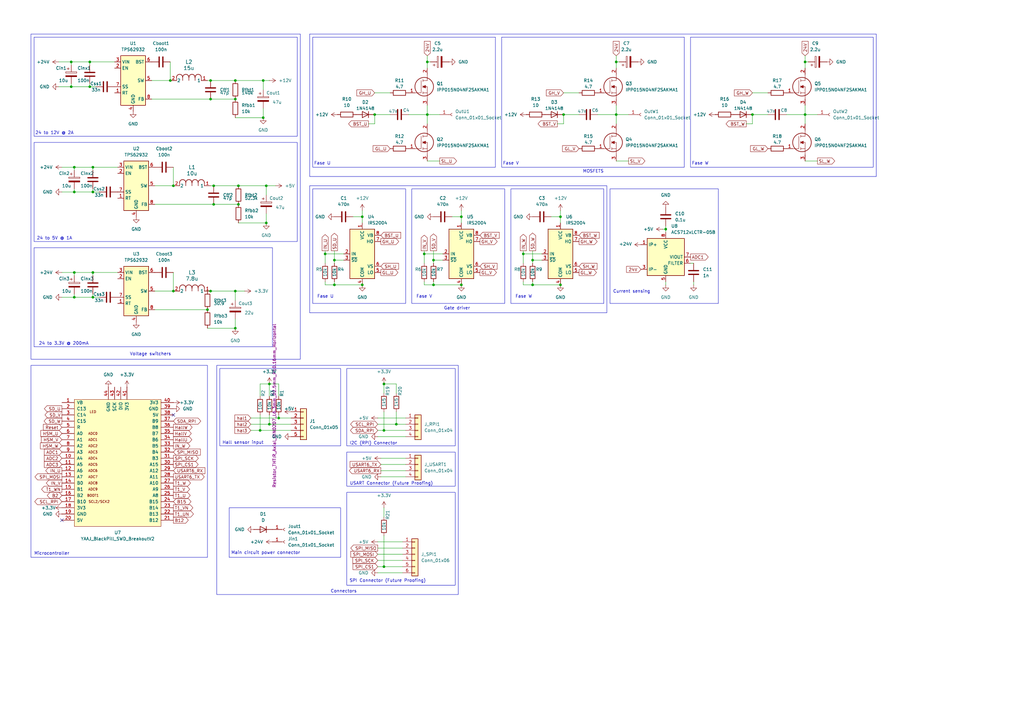
<source format=kicad_sch>
(kicad_sch (version 20231120) (generator "eeschema") (generator_version "8.0")
  (paper "A3")
  (title_block (title "Motor driver") (date "2024-03-02") (rev "1") (company "ALSET") (comment 1 "Laurens van der Drift") (comment 2 "Justin van der Reijden") (comment 3 "Luuk van Kappel") (comment 4 "Marnix Harmsen"))
  (junction (at 30.48 78.74))
  (junction (at 273.05 93.98))
  (junction (at 96.52 33.02))
  (junction (at 87.63 83.82))
  (junction (at 71.12 76.2))
  (junction (at 29.21 25.4))
  (junction (at 308.61 46.99))
  (junction (at 109.22 76.2))
  (junction (at 137.16 106.68))
  (junction (at 38.1 68.58))
  (junction (at 231.14 46.99))
  (junction (at 30.48 111.76))
  (junction (at 218.44 106.68))
  (junction (at 96.52 40.64))
  (junction (at 252.73 46.99))
  (junction (at 218.44 116.84))
  (junction (at 38.1 111.76))
  (junction (at 86.36 33.02))
  (junction (at 177.8 106.68))
  (junction (at 189.23 116.84))
  (junction (at 36.83 35.56))
  (junction (at 175.26 46.99))
  (junction (at 148.59 116.84))
  (junction (at 86.36 119.38))
  (junction (at 252.73 25.4))
  (junction (at 153.67 46.99))
  (junction (at 97.79 83.82))
  (junction (at 30.48 68.58))
  (junction (at 85.09 127))
  (junction (at 330.2 46.99))
  (junction (at 107.95 33.02))
  (junction (at 330.2 25.4))
  (junction (at 29.21 35.56))
  (junction (at 71.12 119.38))
  (junction (at 148.59 88.9))
  (junction (at 96.52 119.38))
  (junction (at 107.95 48.26))
  (junction (at 106.68 176.53))
  (junction (at 229.87 116.84))
  (junction (at 157.48 157.48))
  (junction (at 97.79 76.2))
  (junction (at 214.63 104.14))
  (junction (at 87.63 76.2))
  (junction (at 69.85 33.02))
  (junction (at 86.36 40.64))
  (junction (at 157.48 176.53))
  (junction (at 38.1 121.92))
  (junction (at 114.3 171.45))
  (junction (at 110.49 157.48))
  (junction (at 137.16 116.84))
  (junction (at 30.48 121.92))
  (junction (at 110.49 173.99))
  (junction (at 133.35 104.14))
  (junction (at 109.22 91.44))
  (junction (at 175.26 25.4))
  (junction (at 173.99 104.14))
  (junction (at 162.56 173.99))
  (junction (at 38.1 78.74))
  (junction (at 157.48 232.41))
  (junction (at 36.83 25.4))
  (junction (at 189.23 88.9))
  (junction (at 177.8 116.84))
  (junction (at 229.87 88.9))
  (junction (at 96.52 134.62))
  (no_connect (at 71.12 170.18))
  (no_connect (at 25.4 213.36))
  (wire (pts (xy 86.36 119.38) (xy 96.52 119.38)))
  (wire (pts (xy 229.87 88.9) (xy 229.87 91.44)))
  (wire (pts (xy 218.44 106.68) (xy 222.25 106.68)))
  (wire (pts (xy 177.8 115.57) (xy 177.8 116.84)))
  (wire (pts (xy 226.06 88.9) (xy 229.87 88.9)))
  (wire (pts (xy 252.73 25.4) (xy 254 25.4)))
  (wire (pts (xy 177.8 102.87) (xy 177.8 106.68)))
  (wire (pts (xy 25.4 68.58) (xy 30.48 68.58)))
  (wire (pts (xy 86.36 40.64) (xy 96.52 40.64)))
  (wire (pts (xy 96.52 119.38) (xy 100.33 119.38)))
  (wire (pts (xy 162.56 173.99) (xy 154.94 173.99)))
  (wire (pts (xy 284.48 115.57) (xy 284.48 116.84)))
  (wire (pts (xy 175.26 43.18) (xy 175.26 46.99)))
  (wire (pts (xy 162.56 168.91) (xy 162.56 173.99)))
  (wire (pts (xy 214.63 107.95) (xy 214.63 104.14)))
  (wire (pts (xy 162.56 173.99) (xy 166.37 173.99)))
  (wire (pts (xy 157.48 208.28) (xy 157.48 212.09)))
  (wire (pts (xy 29.21 26.67) (xy 29.21 25.4)))
  (wire (pts (xy 175.26 25.4) (xy 176.53 25.4)))
  (wire (pts (xy 107.95 36.83) (xy 107.95 33.02)))
  (wire (pts (xy 106.68 162.56) (xy 106.68 157.48)))
  (wire (pts (xy 166.37 187.96) (xy 156.21 187.96)))
  (wire (pts (xy 308.61 50.8) (xy 308.61 46.99)))
  (wire (pts (xy 110.49 170.18) (xy 110.49 173.99)))
  (wire (pts (xy 87.63 76.2) (xy 97.79 76.2)))
  (wire (pts (xy 308.61 46.99) (xy 314.96 46.99)))
  (wire (pts (xy 38.1 68.58) (xy 38.1 69.85)))
  (wire (pts (xy 137.16 102.87) (xy 137.16 106.68)))
  (wire (pts (xy 252.73 22.86) (xy 252.73 25.4)))
  (wire (pts (xy 153.67 50.8) (xy 153.67 46.99)))
  (wire (pts (xy 306.07 50.8) (xy 308.61 50.8)))
  (wire (pts (xy 252.73 46.99) (xy 252.73 50.8)))
  (wire (pts (xy 173.99 104.14) (xy 181.61 104.14)))
  (wire (pts (xy 271.78 93.98) (xy 273.05 93.98)))
  (wire (pts (xy 330.2 43.18) (xy 330.2 46.99)))
  (wire (pts (xy 165.1 222.25) (xy 154.94 222.25)))
  (wire (pts (xy 102.87 171.45) (xy 114.3 171.45)))
  (wire (pts (xy 231.14 50.8) (xy 231.14 46.99)))
  (wire (pts (xy 144.78 88.9) (xy 148.59 88.9)))
  (wire (pts (xy 157.48 176.53) (xy 166.37 176.53)))
  (wire (pts (xy 157.48 219.71) (xy 157.48 232.41)))
  (wire (pts (xy 102.87 176.53) (xy 106.68 176.53)))
  (wire (pts (xy 137.16 106.68) (xy 140.97 106.68)))
  (wire (pts (xy 36.83 35.56) (xy 39.37 35.56)))
  (wire (pts (xy 173.99 107.95) (xy 173.99 104.14)))
  (wire (pts (xy 322.58 46.99) (xy 330.2 46.99)))
  (wire (pts (xy 30.48 120.65) (xy 30.48 121.92)))
  (wire (pts (xy 133.35 116.84) (xy 137.16 116.84)))
  (wire (pts (xy 175.26 25.4) (xy 175.26 27.94)))
  (wire (pts (xy 114.3 171.45) (xy 119.38 171.45)))
  (wire (pts (xy 308.61 38.1) (xy 314.96 38.1)))
  (wire (pts (xy 157.48 176.53) (xy 154.94 176.53)))
  (wire (pts (xy 63.5 119.38) (xy 71.12 119.38)))
  (wire (pts (xy 175.26 46.99) (xy 180.34 46.99)))
  (wire (pts (xy 157.48 232.41) (xy 165.1 232.41)))
  (wire (pts (xy 109.22 80.01) (xy 109.22 76.2)))
  (wire (pts (xy 231.14 38.1) (xy 237.49 38.1)))
  (wire (pts (xy 110.49 173.99) (xy 119.38 173.99)))
  (wire (pts (xy 330.2 46.99) (xy 335.28 46.99)))
  (wire (pts (xy 86.36 33.02) (xy 85.09 33.02)))
  (wire (pts (xy 177.8 106.68) (xy 181.61 106.68)))
  (wire (pts (xy 218.44 107.95) (xy 218.44 106.68)))
  (wire (pts (xy 252.73 43.18) (xy 252.73 46.99)))
  (wire (pts (xy 166.37 179.07) (xy 154.94 179.07)))
  (wire (pts (xy 157.48 157.48) (xy 162.56 157.48)))
  (wire (pts (xy 133.35 115.57) (xy 133.35 116.84)))
  (wire (pts (xy 29.21 35.56) (xy 36.83 35.56)))
  (wire (pts (xy 167.64 46.99) (xy 175.26 46.99)))
  (wire (pts (xy 137.16 115.57) (xy 137.16 116.84)))
  (wire (pts (xy 36.83 34.29) (xy 36.83 35.56)))
  (wire (pts (xy 218.44 116.84) (xy 229.87 116.84)))
  (wire (pts (xy 106.68 170.18) (xy 106.68 176.53)))
  (wire (pts (xy 153.67 46.99) (xy 160.02 46.99)))
  (wire (pts (xy 214.63 104.14) (xy 222.25 104.14)))
  (wire (pts (xy 157.48 168.91) (xy 157.48 176.53)))
  (wire (pts (xy 330.2 25.4) (xy 330.2 27.94)))
  (wire (pts (xy 137.16 116.84) (xy 148.59 116.84)))
  (wire (pts (xy 156.21 190.5) (xy 166.37 190.5)))
  (wire (pts (xy 114.3 162.56) (xy 114.3 157.48)))
  (wire (pts (xy 175.26 46.99) (xy 175.26 50.8)))
  (wire (pts (xy 114.3 157.48) (xy 110.49 157.48)))
  (wire (pts (xy 38.1 111.76) (xy 38.1 113.03)))
  (wire (pts (xy 175.26 66.04) (xy 180.34 66.04)))
  (wire (pts (xy 85.09 119.38) (xy 86.36 119.38)))
  (wire (pts (xy 228.6 50.8) (xy 231.14 50.8)))
  (wire (pts (xy 154.94 224.79) (xy 165.1 224.79)))
  (wire (pts (xy 96.52 134.62) (xy 85.09 134.62)))
  (wire (pts (xy 96.52 33.02) (xy 107.95 33.02)))
  (wire (pts (xy 157.48 157.48) (xy 157.48 161.29)))
  (wire (pts (xy 30.48 78.74) (xy 38.1 78.74)))
  (wire (pts (xy 87.63 83.82) (xy 97.79 83.82)))
  (wire (pts (xy 252.73 25.4) (xy 252.73 27.94)))
  (wire (pts (xy 63.5 76.2) (xy 71.12 76.2)))
  (wire (pts (xy 214.63 115.57) (xy 214.63 116.84)))
  (wire (pts (xy 177.8 107.95) (xy 177.8 106.68)))
  (wire (pts (xy 173.99 102.87) (xy 173.99 104.14)))
  (wire (pts (xy 153.67 38.1) (xy 160.02 38.1)))
  (wire (pts (xy 214.63 116.84) (xy 218.44 116.84)))
  (wire (pts (xy 218.44 102.87) (xy 218.44 106.68)))
  (wire (pts (xy 110.49 157.48) (xy 110.49 162.56)))
  (wire (pts (xy 25.4 111.76) (xy 30.48 111.76)))
  (wire (pts (xy 166.37 195.58) (xy 156.21 195.58)))
  (wire (pts (xy 330.2 25.4) (xy 331.47 25.4)))
  (wire (pts (xy 330.2 66.04) (xy 335.28 66.04)))
  (wire (pts (xy 252.73 46.99) (xy 257.81 46.99)))
  (wire (pts (xy 189.23 86.36) (xy 189.23 88.9)))
  (wire (pts (xy 283.21 107.95) (xy 284.48 107.95)))
  (wire (pts (xy 38.1 78.74) (xy 40.64 78.74)))
  (wire (pts (xy 38.1 68.58) (xy 48.26 68.58)))
  (wire (pts (xy 273.05 92.71) (xy 273.05 93.98)))
  (wire (pts (xy 25.4 121.92) (xy 30.48 121.92)))
  (wire (pts (xy 330.2 46.99) (xy 330.2 50.8)))
  (wire (pts (xy 229.87 86.36) (xy 229.87 88.9)))
  (wire (pts (xy 107.95 44.45) (xy 107.95 48.26)))
  (wire (pts (xy 107.95 48.26) (xy 96.52 48.26)))
  (wire (pts (xy 36.83 25.4) (xy 46.99 25.4)))
  (wire (pts (xy 62.23 40.64) (xy 86.36 40.64)))
  (wire (pts (xy 71.12 111.76) (xy 71.12 119.38)))
  (wire (pts (xy 71.12 68.58) (xy 71.12 76.2)))
  (wire (pts (xy 175.26 22.86) (xy 175.26 25.4)))
  (wire (pts (xy 109.22 87.63) (xy 109.22 91.44)))
  (wire (pts (xy 273.05 93.98) (xy 273.05 95.25)))
  (wire (pts (xy 148.59 86.36) (xy 148.59 88.9)))
  (wire (pts (xy 29.21 34.29) (xy 29.21 35.56)))
  (wire (pts (xy 173.99 115.57) (xy 173.99 116.84)))
  (wire (pts (xy 154.94 227.33) (xy 165.1 227.33)))
  (wire (pts (xy 273.05 115.57) (xy 273.05 116.84)))
  (wire (pts (xy 30.48 68.58) (xy 38.1 68.58)))
  (wire (pts (xy 154.94 232.41) (xy 157.48 232.41)))
  (wire (pts (xy 63.5 83.82) (xy 87.63 83.82)))
  (wire (pts (xy 97.79 76.2) (xy 109.22 76.2)))
  (wire (pts (xy 38.1 120.65) (xy 38.1 121.92)))
  (wire (pts (xy 218.44 115.57) (xy 218.44 116.84)))
  (wire (pts (xy 133.35 107.95) (xy 133.35 104.14)))
  (wire (pts (xy 245.11 46.99) (xy 252.73 46.99)))
  (wire (pts (xy 148.59 88.9) (xy 148.59 91.44)))
  (wire (pts (xy 25.4 78.74) (xy 30.48 78.74)))
  (wire (pts (xy 69.85 25.4) (xy 69.85 33.02)))
  (wire (pts (xy 36.83 25.4) (xy 36.83 26.67)))
  (wire (pts (xy 38.1 121.92) (xy 40.64 121.92)))
  (wire (pts (xy 30.48 113.03) (xy 30.48 111.76)))
  (wire (pts (xy 156.21 193.04) (xy 166.37 193.04)))
  (wire (pts (xy 29.21 25.4) (xy 36.83 25.4)))
  (wire (pts (xy 87.63 76.2) (xy 86.36 76.2)))
  (wire (pts (xy 189.23 88.9) (xy 189.23 91.44)))
  (wire (pts (xy 151.13 50.8) (xy 153.67 50.8)))
  (wire (pts (xy 63.5 127) (xy 85.09 127)))
  (wire (pts (xy 185.42 88.9) (xy 189.23 88.9)))
  (wire (pts (xy 96.52 123.19) (xy 96.52 119.38)))
  (wire (pts (xy 30.48 111.76) (xy 38.1 111.76)))
  (wire (pts (xy 107.95 33.02) (xy 110.49 33.02)))
  (wire (pts (xy 330.2 22.86) (xy 330.2 25.4)))
  (wire (pts (xy 30.48 121.92) (xy 38.1 121.92)))
  (wire (pts (xy 62.23 33.02) (xy 69.85 33.02)))
  (wire (pts (xy 24.13 35.56) (xy 29.21 35.56)))
  (wire (pts (xy 154.94 229.87) (xy 165.1 229.87)))
  (wire (pts (xy 133.35 102.87) (xy 133.35 104.14)))
  (wire (pts (xy 86.36 33.02) (xy 96.52 33.02)))
  (wire (pts (xy 30.48 77.47) (xy 30.48 78.74)))
  (wire (pts (xy 30.48 69.85) (xy 30.48 68.58)))
  (wire (pts (xy 231.14 46.99) (xy 237.49 46.99)))
  (wire (pts (xy 106.68 157.48) (xy 110.49 157.48)))
  (wire (pts (xy 154.94 234.95) (xy 165.1 234.95)))
  (wire (pts (xy 137.16 107.95) (xy 137.16 106.68)))
  (wire (pts (xy 114.3 170.18) (xy 114.3 171.45)))
  (wire (pts (xy 38.1 111.76) (xy 48.26 111.76)))
  (wire (pts (xy 166.37 171.45) (xy 154.94 171.45)))
  (wire (pts (xy 177.8 116.84) (xy 189.23 116.84)))
  (wire (pts (xy 133.35 104.14) (xy 140.97 104.14)))
  (wire (pts (xy 96.52 130.81) (xy 96.52 134.62)))
  (wire (pts (xy 214.63 102.87) (xy 214.63 104.14)))
  (wire (pts (xy 109.22 76.2) (xy 113.03 76.2)))
  (wire (pts (xy 106.68 176.53) (xy 119.38 176.53)))
  (wire (pts (xy 252.73 66.04) (xy 257.81 66.04)))
  (wire (pts (xy 173.99 116.84) (xy 177.8 116.84)))
  (wire (pts (xy 109.22 91.44) (xy 97.79 91.44)))
  (wire (pts (xy 162.56 157.48) (xy 162.56 161.29)))
  (wire (pts (xy 102.87 173.99) (xy 110.49 173.99)))
  (wire (pts (xy 38.1 77.47) (xy 38.1 78.74)))
  (wire (pts (xy 24.13 25.4) (xy 29.21 25.4)))
  (rectangle (start 283.21 15.24) (end 358.14 68.58))
  (rectangle (start 12.7 13.97) (end 123.19 147.32))
  (rectangle (start 12.7 149.86) (end 85.09 228.6))
  (rectangle (start 13.97 58.42) (end 121.92 99.06))
  (rectangle (start 205.74 15.24) (end 280.67 68.58))
  (rectangle (start 13.97 15.24) (end 121.92 55.88))
  (rectangle (start 13.97 101.6) (end 111.76 142.24))
  (rectangle (start 128.27 15.24) (end 203.2 68.58))
  (rectangle (start 142.24 151.13) (end 186.69 182.88))
  (rectangle (start 88.9 149.86) (end 187.96 243.84))
  (rectangle (start 142.24 185.42) (end 186.69 199.39))
  (rectangle (start 93.98 208.28) (end 139.7 228.6))
  (rectangle (start 128.27 77.47) (end 166.37 124.46))
  (rectangle (start 168.91 77.47) (end 207.01 124.46))
  (rectangle (start 250.19 77.47) (end 294.64 124.46))
  (rectangle (start 209.55 77.47) (end 247.65 124.46))
  (rectangle (start 142.24 201.93) (end 186.69 240.03))
  (rectangle (start 127 76.2) (end 248.92 128.27))
  (rectangle (start 127 13.97) (end 359.41 72.39))
  (rectangle (start 90.17 151.13) (end 139.7 182.88))
  (text "Voltage switchers" (at 61.722 145.288 0) (effects (font (size 1.27 1.27))))
  (text "24 to 12V @ 2A" (at 22.352 54.61 0) (effects (font (size 1.27 1.27))))
  (text "Current sensing" (at 259.08 119.634 0) (effects (font (size 1.27 1.27))))
  (text "Gate driver" (at 187.452 126.492 0) (effects (font (size 1.27 1.27))))
  (text "Fase W" (at 211.328 122.428 0) (effects (font (size 1.27 1.27)) (justify left bottom)))
  (text "Microcontroller" (at 13.97 227.838 0) (effects (font (size 1.27 1.27)) (justify left bottom)))
  (text "Fase W" (at 283.718 67.818 0) (effects (font (size 1.27 1.27)) (justify left bottom)))
  (text "Fase V" (at 206.248 67.818 0) (effects (font (size 1.27 1.27)) (justify left bottom)))
  (text "Fase U" (at 130.048 122.428 0) (effects (font (size 1.27 1.27)) (justify left bottom)))
  (text "Fase V" (at 170.688 122.428 0) (effects (font (size 1.27 1.27)) (justify left bottom)))
  (text "I2C (RPI) Connector" (at 153.162 181.864 0) (effects (font (size 1.27 1.27))))
  (text "SPI Connector (Future Proofing)" (at 159.004 238.252 0) (effects (font (size 1.27 1.27))))
  (text "Main circuit power connector" (at 108.966 226.822 0) (effects (font (size 1.27 1.27))))
  (text "24 to 5V @ 1A" (at 22.352 97.79 0) (effects (font (size 1.27 1.27))))
  (text "Connectors" (at 140.97 242.57 0) (effects (font (size 1.27 1.27))))
  (text "USART Connector (Future Proofing)" (at 160.528 198.374 0) (effects (font (size 1.27 1.27))))
  (text "Hall sensor input" (at 91.186 182.372 0) (effects (font (size 1.27 1.27)) (justify left bottom)))
  (text "Fase U" (at 128.778 67.818 0) (effects (font (size 1.27 1.27)) (justify left bottom)))
  (text "24 to 3.3V @ 200mA" (at 26.162 140.97 0) (effects (font (size 1.27 1.27))))
  (text "MOSFETS" (at 243.332 70.358 0) (effects (font (size 1.27 1.27))))
  (global_label "hal3" (shape input) (at 102.87 176.53 180) (property "Intersheetrefs" "${INTERSHEET_REFS}" (effects (hide yes))))
  (global_label "USART6_TX" (shape input) (at 156.21 190.5 180) (property "Intersheetrefs" "${INTERSHEET_REFS}" (effects (hide yes))))
  (global_label "GH_V" (shape output) (at 196.85 99.06 0) (property "Intersheetrefs" "${INTERSHEET_REFS}" (effects (hide yes))))
  (global_label "SL_W" (shape output) (at 335.28 66.04 0) (property "Intersheetrefs" "${INTERSHEET_REFS}" (effects (hide yes))))
  (global_label "HSM_U" (shape input) (at 25.4 177.8 180) (property "Intersheetrefs" "${INTERSHEET_REFS}" (effects (hide yes))))
  (global_label "GH_W" (shape input) (at 308.61 38.1 180) (property "Intersheetrefs" "${INTERSHEET_REFS}" (effects (hide yes))))
  (global_label "GL_W" (shape output) (at 237.49 111.76 0) (property "Intersheetrefs" "${INTERSHEET_REFS}" (effects (hide yes))))
  (global_label "SCL_RPI" (shape bidirectional) (at 154.94 173.99 180) (property "Intersheetrefs" "${INTERSHEET_REFS}" (effects (hide yes))))
  (global_label "24V" (shape input) (at 330.2 22.86 90) (property "Intersheetrefs" "${INTERSHEET_REFS}" (effects (hide yes))))
  (global_label "USART6_TX" (shape output) (at 71.12 195.58 0) (property "Intersheetrefs" "${INTERSHEET_REFS}" (effects (hide yes))))
  (global_label "24V" (shape input) (at 252.73 22.86 90) (property "Intersheetrefs" "${INTERSHEET_REFS}" (effects (hide yes))))
  (global_label "BST_W" (shape output) (at 306.07 50.8 180) (property "Intersheetrefs" "${INTERSHEET_REFS}" (effects (hide yes))))
  (global_label "SD_W" (shape output) (at 25.4 172.72 180) (property "Intersheetrefs" "${INTERSHEET_REFS}" (effects (hide yes))))
  (global_label "SPI_CS1" (shape output) (at 71.12 190.5 0) (property "Intersheetrefs" "${INTERSHEET_REFS}" (effects (hide yes))))
  (global_label "SPI_MISO" (shape output) (at 154.94 224.79 180) (property "Intersheetrefs" "${INTERSHEET_REFS}" (effects (hide yes))))
  (global_label "IN_U" (shape output) (at 25.4 193.04 180) (property "Intersheetrefs" "${INTERSHEET_REFS}" (effects (hide yes))))
  (global_label "B2" (shape bidirectional) (at 25.4 203.2 180) (property "Intersheetrefs" "${INTERSHEET_REFS}" (effects (hide yes))))
  (global_label "GL_U" (shape output) (at 156.21 111.76 0) (property "Intersheetrefs" "${INTERSHEET_REFS}" (effects (hide yes))))
  (global_label "SH_V" (shape input) (at 196.85 109.22 0) (property "Intersheetrefs" "${INTERSHEET_REFS}" (effects (hide yes))))
  (global_label "SL_V" (shape output) (at 257.81 66.04 0) (property "Intersheetrefs" "${INTERSHEET_REFS}" (effects (hide yes))))
  (global_label "SD_W" (shape output) (at 218.44 102.87 90) (property "Intersheetrefs" "${INTERSHEET_REFS}" (effects (hide yes))))
  (global_label "IN_W" (shape output) (at 71.12 182.88 0) (property "Intersheetrefs" "${INTERSHEET_REFS}" (effects (hide yes))))
  (global_label "IN_V" (shape output) (at 25.4 198.12 180) (property "Intersheetrefs" "${INTERSHEET_REFS}" (effects (hide yes))))
  (global_label "USART6_RX" (shape input) (at 71.12 193.04 0) (property "Intersheetrefs" "${INTERSHEET_REFS}" (effects (hide yes))))
  (global_label "T1_U" (shape output) (at 71.12 203.2 0) (property "Intersheetrefs" "${INTERSHEET_REFS}" (effects (hide yes))))
  (global_label "SD_U" (shape output) (at 137.16 102.87 90) (property "Intersheetrefs" "${INTERSHEET_REFS}" (effects (hide yes))))
  (global_label "B15" (shape bidirectional) (at 71.12 205.74 0) (property "Intersheetrefs" "${INTERSHEET_REFS}" (effects (hide yes))))
  (global_label "SPI_MOSI" (shape output) (at 25.4 195.58 180) (property "Intersheetrefs" "${INTERSHEET_REFS}" (effects (hide yes))))
  (global_label "hal2" (shape input) (at 102.87 173.99 180) (property "Intersheetrefs" "${INTERSHEET_REFS}" (effects (hide yes))))
  (global_label "SPI_SCK" (shape output) (at 71.12 187.96 0) (property "Intersheetrefs" "${INTERSHEET_REFS}" (effects (hide yes))))
  (global_label "BST_U" (shape input) (at 156.21 96.52 0) (property "Intersheetrefs" "${INTERSHEET_REFS}" (effects (hide yes))))
  (global_label "IN_V" (shape output) (at 173.99 102.87 90) (property "Intersheetrefs" "${INTERSHEET_REFS}" (effects (hide yes))))
  (global_label "SPI_MISO" (shape input) (at 71.12 185.42 0) (property "Intersheetrefs" "${INTERSHEET_REFS}" (effects (hide yes))))
  (global_label "GL_V" (shape input) (at 237.49 60.96 180) (property "Intersheetrefs" "${INTERSHEET_REFS}" (effects (hide yes))))
  (global_label "GH_W" (shape output) (at 237.49 99.06 0) (property "Intersheetrefs" "${INTERSHEET_REFS}" (effects (hide yes))))
  (global_label "SDA_RPI" (shape bidirectional) (at 154.94 176.53 180) (property "Intersheetrefs" "${INTERSHEET_REFS}" (effects (hide yes))))
  (global_label "HallW" (shape output) (at 71.12 175.26 0) (property "Intersheetrefs" "${INTERSHEET_REFS}" (effects (hide yes))))
  (global_label "GL_W" (shape input) (at 314.96 60.96 180) (property "Intersheetrefs" "${INTERSHEET_REFS}" (effects (hide yes))))
  (global_label "BST_V" (shape output) (at 228.6 50.8 180) (property "Intersheetrefs" "${INTERSHEET_REFS}" (effects (hide yes))))
  (global_label "T1_W" (shape output) (at 71.12 198.12 0) (property "Intersheetrefs" "${INTERSHEET_REFS}" (effects (hide yes))))
  (global_label "SCL_RPI" (shape bidirectional) (at 25.4 205.74 180) (property "Intersheetrefs" "${INTERSHEET_REFS}" (effects (hide yes))))
  (global_label "ADC2" (shape input) (at 25.4 187.96 180) (property "Intersheetrefs" "${INTERSHEET_REFS}" (effects (hide yes))))
  (global_label "T1_WN" (shape output) (at 25.4 200.66 180) (property "Intersheetrefs" "${INTERSHEET_REFS}" (effects (hide yes))))
  (global_label "IN_U" (shape output) (at 133.35 102.87 90) (property "Intersheetrefs" "${INTERSHEET_REFS}" (effects (hide yes))))
  (global_label "24V" (shape input) (at 262.89 110.49 180) (property "Intersheetrefs" "${INTERSHEET_REFS}" (effects (hide yes))))
  (global_label "GH_V" (shape input) (at 231.14 38.1 180) (property "Intersheetrefs" "${INTERSHEET_REFS}" (effects (hide yes))))
  (global_label "SPI_CS1" (shape input) (at 154.94 232.41 180) (property "Intersheetrefs" "${INTERSHEET_REFS}" (effects (hide yes))))
  (global_label "BST_U" (shape output) (at 151.13 50.8 180) (property "Intersheetrefs" "${INTERSHEET_REFS}" (effects (hide yes))))
  (global_label "HSM_V" (shape input) (at 25.4 180.34 180) (property "Intersheetrefs" "${INTERSHEET_REFS}" (effects (hide yes))))
  (global_label "HSM_W" (shape input) (at 25.4 182.88 180) (property "Intersheetrefs" "${INTERSHEET_REFS}" (effects (hide yes))))
  (global_label "SL_U" (shape output) (at 180.34 66.04 0) (property "Intersheetrefs" "${INTERSHEET_REFS}" (effects (hide yes))))
  (global_label "USART6_RX" (shape output) (at 156.21 193.04 180) (property "Intersheetrefs" "${INTERSHEET_REFS}" (effects (hide yes))))
  (global_label "GH_U" (shape output) (at 156.21 99.06 0) (property "Intersheetrefs" "${INTERSHEET_REFS}" (effects (hide yes))))
  (global_label "SPI_MOSI" (shape input) (at 154.94 227.33 180) (property "Intersheetrefs" "${INTERSHEET_REFS}" (effects (hide yes))))
  (global_label "Reset" (shape input) (at 25.4 175.26 180) (property "Intersheetrefs" "${INTERSHEET_REFS}" (effects (hide yes))))
  (global_label "T1_VN" (shape output) (at 71.12 208.28 0) (property "Intersheetrefs" "${INTERSHEET_REFS}" (effects (hide yes))))
  (global_label "ADC3" (shape input) (at 25.4 190.5 180) (property "Intersheetrefs" "${INTERSHEET_REFS}" (effects (hide yes))))
  (global_label "SD_V" (shape output) (at 25.4 170.18 180) (property "Intersheetrefs" "${INTERSHEET_REFS}" (effects (hide yes))))
  (global_label "GL_V" (shape output) (at 196.85 111.76 0) (property "Intersheetrefs" "${INTERSHEET_REFS}" (effects (hide yes))))
  (global_label "HallV" (shape output) (at 71.12 177.8 0) (property "Intersheetrefs" "${INTERSHEET_REFS}" (effects (hide yes))))
  (global_label "SPI_SCK" (shape input) (at 154.94 229.87 180) (property "Intersheetrefs" "${INTERSHEET_REFS}" (effects (hide yes))))
  (global_label "ADC1" (shape input) (at 25.4 185.42 180) (property "Intersheetrefs" "${INTERSHEET_REFS}" (effects (hide yes))))
  (global_label "GL_U" (shape input) (at 160.02 60.96 180) (property "Intersheetrefs" "${INTERSHEET_REFS}" (effects (hide yes))))
  (global_label "IN_W" (shape output) (at 214.63 102.87 90) (property "Intersheetrefs" "${INTERSHEET_REFS}" (effects (hide yes))))
  (global_label "T1_V" (shape output) (at 71.12 200.66 0) (property "Intersheetrefs" "${INTERSHEET_REFS}" (effects (hide yes))))
  (global_label "GH_U" (shape input) (at 153.67 38.1 180) (property "Intersheetrefs" "${INTERSHEET_REFS}" (effects (hide yes))))
  (global_label "BST_W" (shape input) (at 237.49 96.52 0) (property "Intersheetrefs" "${INTERSHEET_REFS}" (effects (hide yes))))
  (global_label "ADC1" (shape output) (at 283.21 105.41 0) (property "Intersheetrefs" "${INTERSHEET_REFS}" (effects (hide yes))))
  (global_label "SDA_RPI" (shape bidirectional) (at 71.12 172.72 0) (property "Intersheetrefs" "${INTERSHEET_REFS}" (effects (hide yes))))
  (global_label "SH_U" (shape input) (at 156.21 109.22 0) (property "Intersheetrefs" "${INTERSHEET_REFS}" (effects (hide yes))))
  (global_label "BST_V" (shape input) (at 196.85 96.52 0) (property "Intersheetrefs" "${INTERSHEET_REFS}" (effects (hide yes))))
  (global_label "SH_W" (shape input) (at 237.49 109.22 0) (property "Intersheetrefs" "${INTERSHEET_REFS}" (effects (hide yes))))
  (global_label "HallU" (shape output) (at 71.12 180.34 0) (property "Intersheetrefs" "${INTERSHEET_REFS}" (effects (hide yes))))
  (global_label "24V" (shape input) (at 175.26 22.86 90) (property "Intersheetrefs" "${INTERSHEET_REFS}" (effects (hide yes))))
  (global_label "SD_V" (shape output) (at 177.8 102.87 90) (property "Intersheetrefs" "${INTERSHEET_REFS}" (effects (hide yes))))
  (global_label "B12" (shape output) (at 71.12 213.36 0) (property "Intersheetrefs" "${INTERSHEET_REFS}" (effects (hide yes))))
  (global_label "SD_U" (shape output) (at 25.4 167.64 180) (property "Intersheetrefs" "${INTERSHEET_REFS}" (effects (hide yes))))
  (global_label "hal1" (shape input) (at 102.87 171.45 180) (property "Intersheetrefs" "${INTERSHEET_REFS}" (effects (hide yes))))
  (global_label "T1_UN" (shape output) (at 71.12 210.82 0) (property "Intersheetrefs" "${INTERSHEET_REFS}" (effects (hide yes))))
  (symbol (lib_name "+3.3V_2") (lib_id "power:+3.3V") (at 25.4 208.28 90) (unit 1)
    (property "Reference" "#PWR09" (effects (hide yes)))
    (property "Value" "+3.3V" (at 22.86 208.28 90) (effects (justify left)))
    (property "Description" "Power symbol creates a global label with name \"+3.3V\"" (effects (hide yes)))
  )
  (symbol (lib_id "power:GND") (at 109.22 91.44 0) (unit 1)
    (property "Reference" "#PWR019" (effects (hide yes)))
    (property "Value" "GND" (at 109.22 96.52 0))
  )
  (symbol (lib_id "Device:C_Polarized") (at 180.34 25.4 90) (unit 1)
    (property "Reference" "C5" (at 179.451 17.78 90))
    (property "Value" "2.2u" (at 179.451 20.32 90))
    (property "Footprint" "Capacitor_THT:CP_Radial_D5.0mm_P2.50mm" (effects (hide yes)))
    (property "Description" "Polarized capacitor" (effects (hide yes)))
  )
  (symbol (lib_name "+24V_2") (lib_id "power:+24V") (at 262.89 100.33 90) (unit 1)
    (property "Reference" "#PWR052" (effects (hide yes)))
    (property "Value" "+24V" (at 256.54 100.076 90))
    (property "Description" "Power symbol creates a global label with name \"+24V\"" (effects (hide yes)))
  )
  (symbol (lib_id "2024-02-15_20-52-33:MCSCH895-100LU") (at 71.12 76.2 0) (unit 1)
    (property "Reference" "L1" (at 78.74 68.58 0) (effects (font (size 1.524 1.524))))
    (property "Value" "10u" (at 78.74 71.12 0) (effects (font (size 1.524 1.524))))
    (property "Footprint" "Inductor_THT:L_Axial_L13.0mm_D4.5mm_P7.62mm_Vertical_Fastron_HCCC" (effects (hide yes)))
    (property "Datasheet" "MCSCH895-100LU" (effects (hide yes)))
  )
  (symbol (lib_name "+3.3V_2") (lib_id "power:+3.3V") (at 52.07 158.75 0) (unit 1)
    (property "Reference" "#PWR07" (effects (hide yes)))
    (property "Value" "+3.3V" (at 52.07 153.67 0))
    (property "Description" "Power symbol creates a global label with name \"+3.3V\"" (effects (hide yes)))
  )
  (symbol (lib_id "Device:C_Polarized") (at 109.22 83.82 0) (unit 1)
    (property "Reference" "Cout2" (at 110.49 81.28 0) (effects (justify left)))
    (property "Value" "47u" (at 113.03 85.09 0) (effects (justify left)))
    (property "Footprint" "Capacitor_THT:CP_Radial_D12.5mm_P5.00mm" (effects (hide yes)))
  )
  (symbol (lib_id "Device:R") (at 318.77 60.96 90) (unit 1)
    (property "Reference" "R18" (at 318.77 55.88 90))
    (property "Value" "4.7" (at 318.77 58.42 90))
    (property "Footprint" "Resistor_THT:R_Axial_DIN0207_L6.3mm_D2.5mm_P10.16mm_Horizontal" (effects (hide yes)))
    (property "Description" "Resistor" (effects (hide yes)))
  )
  (symbol (lib_id "Device:R") (at 163.83 60.96 90) (unit 1)
    (property "Reference" "R12" (at 163.83 55.88 90))
    (property "Value" "4.7" (at 163.83 58.42 90))
    (property "Footprint" "Resistor_THT:R_Axial_DIN0207_L6.3mm_D2.5mm_P10.16mm_Horizontal" (effects (hide yes)))
    (property "Description" "Resistor" (effects (hide yes)))
  )
  (symbol (lib_id "IPP015N04NF2SAKMA1:IPP015N04NF2SAKMA1") (at 322.58 60.96 0) (unit 1)
    (property "Reference" "Q6" (at 334.01 57.1499 0) (effects (justify left)))
    (property "Value" "IPP015N04NF2SAKMA1" (at 334.01 59.6899 0) (effects (justify left)))
    (property "Footprint" "LIB_IPP015N04NF2SAKMA1:TO254P475X1028X1996-3P" (effects (hide yes)))
    (property "Datasheet" "https://www.mouser.it/datasheet/2/196/Infineon_IPP015N04NF2S_DataSheet_v02_00_EN-3164869.pdf" (effects (hide yes)))
    (property "Description" "MOSFET" (effects (hide yes)))
    (property "Height" "4.75" (effects (hide yes)))
    (property "Mouser Part Number" "726-IPP015N04NF2SAKM" (effects (hide yes)))
    (property "Mouser Price/Stock" "https://www.mouser.co.uk/ProductDetail/Infineon-Technologies/IPP015N04NF2SAKMA1?qs=By6Nw2ByBD2rHCf0vCszHQ%3D%3D" (effects (hide yes)))
    (property "Manufacturer_Name" "Infineon" (effects (hide yes)))
    (property "Manufacturer_Part_Number" "IPP015N04NF2SAKMA1" (effects (hide yes)))
  )
  (symbol (lib_id "Device:R") (at 297.18 46.99 90) (unit 1)
    (property "Reference" "R16" (at 297.18 40.64 90))
    (property "Value" "10" (at 297.18 43.18 90))
    (property "Footprint" "Resistor_THT:R_Axial_DIN0207_L6.3mm_D2.5mm_P10.16mm_Horizontal" (effects (hide yes)))
    (property "Description" "Resistor" (effects (hide yes)))
  )
  (symbol (lib_name "GND_6") (lib_id "power:GND") (at 156.21 195.58 270) (unit 1)
    (property "Reference" "#PWR050" (effects (hide yes)))
    (property "Value" "GND" (at 152.4 195.5799 90) (effects (justify right)))
    (property "Description" "Power symbol creates a global label with name \"GND\" , ground" (effects (hide yes)))
  )
  (symbol (lib_id "Device:C_Polarized") (at 335.28 25.4 90) (unit 1)
    (property "Reference" "C9" (at 334.391 17.78 90))
    (property "Value" "2.2u" (at 334.391 20.32 90))
    (property "Footprint" "Capacitor_THT:CP_Radial_D5.0mm_P2.50mm" (effects (hide yes)))
    (property "Description" "Polarized capacitor" (effects (hide yes)))
  )
  (symbol (lib_id "Device:R") (at 110.49 166.37 0) (unit 1)
    (property "Reference" "R3" (at 111.76 161.29 90))
    (property "Value" "10k" (at 110.49 166.37 90))
    (property "Footprint" "Resistor_THT:R_Axial_DIN0207_L6.3mm_D2.5mm_P10.16mm_Horizontal" (effects (hide yes)))
  )
  (symbol (lib_id "Connector:Conn_01x01_Socket") (at 116.84 217.17 0) (unit 1)
    (property "Reference" "Jout1" (at 118.11 215.8999 0) (effects (justify left)))
    (property "Value" "Conn_01x01_Socket" (at 118.11 218.4399 0) (effects (justify left)))
    (property "Footprint" "MountingHole:MountingHole_4.3mm_M4_DIN965_Pad" (effects (hide yes)))
    (property "Description" "Generic connector, single row, 01x01, script generated" (effects (hide yes)))
  )
  (symbol (lib_id "Device:C") (at 163.83 46.99 90) (unit 1)
    (property "Reference" "C4" (at 166.624 45.212 90))
    (property "Value" "47n" (at 161.29 45.72 90))
    (property "Footprint" "Capacitor_THT:C_Disc_D3.4mm_W2.1mm_P2.50mm" (effects (hide yes)))
    (property "Description" "Unpolarized capacitor" (effects (hide yes)))
  )
  (symbol (lib_name "GND_4") (lib_id "power:GND") (at 184.15 25.4 90) (unit 1)
    (property "Reference" "#PWR034" (effects (hide yes)))
    (property "Value" "GND" (at 187.96 25.3999 90) (effects (justify right)))
    (property "Description" "Power symbol creates a global label with name \"GND\" , ground" (effects (hide yes)))
  )
  (symbol (lib_name "+5V_2") (lib_id "power:+5V") (at 154.94 171.45 90) (unit 1)
    (property "Reference" "#PWR042" (effects (hide yes)))
    (property "Value" "+5V" (at 151.13 171.4499 90) (effects (justify left)))
    (property "Description" "Power symbol creates a global label with name \"+5V\"" (effects (hide yes)))
  )
  (symbol (lib_id "Device:C") (at 284.48 111.76 0) (unit 1)
    (property "Reference" "C11" (at 288.29 110.4899 0) (effects (justify left)))
    (property "Value" "1n" (at 288.29 113.0299 0) (effects (justify left)))
    (property "Description" "Unpolarized capacitor" (effects (hide yes)))
  )
  (symbol (lib_id "Device:C") (at 86.36 36.83 0) (unit 1)
    (property "Reference" "Cff1" (at 90.17 36.83 0) (effects (justify left)))
    (property "Value" "47p" (at 90.17 38.1 0) (effects (justify left)))
    (property "Footprint" "Capacitor_THT:C_Disc_D3.4mm_W2.1mm_P2.50mm" (effects (hide yes)))
  )
  (symbol (lib_id "power:GND") (at 119.38 179.07 270) (unit 1)
    (property "Reference" "#PWR02" (effects (hide yes)))
    (property "Value" "GND" (at 115.57 179.07 90) (effects (justify right)))
  )
  (symbol (lib_id "Device:C") (at 241.3 46.99 90) (unit 1)
    (property "Reference" "C6" (at 244.094 45.212 90))
    (property "Value" "47n" (at 238.76 45.72 90))
    (property "Footprint" "Capacitor_THT:C_Disc_D3.4mm_W2.1mm_P2.50mm" (effects (hide yes)))
    (property "Description" "Unpolarized capacitor" (effects (hide yes)))
  )
  (symbol (lib_id "Device:C") (at 44.45 121.92 90) (unit 1)
    (property "Reference" "Css3" (at 40.64 120.65 90))
    (property "Value" "33n" (at 40.64 123.19 90))
    (property "Footprint" "Capacitor_THT:C_Disc_D3.4mm_W2.1mm_P2.50mm" (effects (hide yes)))
  )
  (symbol (lib_id "Device:R") (at 214.63 111.76 0) (unit 1)
    (property "Reference" "R8" (at 210.82 110.49 0) (effects (justify left)))
    (property "Value" "10k" (at 214.63 113.538 90) (effects (justify left)))
    (property "Footprint" "Resistor_THT:R_Axial_DIN0207_L6.3mm_D2.5mm_P10.16mm_Horizontal" (effects (hide yes)))
    (property "Description" "Resistor" (effects (hide yes)))
  )
  (symbol (lib_id "Device:R") (at 137.16 111.76 0) (unit 1)
    (property "Reference" "R4" (at 138.43 110.49 0) (effects (justify left)))
    (property "Value" "10k" (at 137.16 113.538 90) (effects (justify left)))
    (property "Footprint" "Resistor_THT:R_Axial_DIN0207_L6.3mm_D2.5mm_P10.16mm_Horizontal" (effects (hide yes)))
    (property "Description" "Resistor" (effects (hide yes)))
  )
  (symbol (lib_name "+5V_2") (lib_id "power:+5V") (at 156.21 187.96 90) (unit 1)
    (property "Reference" "#PWR049" (effects (hide yes)))
    (property "Value" "+5V" (at 152.4 187.9599 90) (effects (justify left)))
    (property "Description" "Power symbol creates a global label with name \"+5V\"" (effects (hide yes)))
  )
  (symbol (lib_id "Device:R") (at 219.71 46.99 90) (unit 1)
    (property "Reference" "R13" (at 219.71 40.64 90))
    (property "Value" "10" (at 219.71 43.18 90))
    (property "Footprint" "Resistor_THT:R_Axial_DIN0207_L6.3mm_D2.5mm_P10.16mm_Horizontal" (effects (hide yes)))
    (property "Description" "Resistor" (effects (hide yes)))
  )
  (symbol (lib_id "Diode:1N4148") (at 149.86 46.99 180) (unit 1)
    (property "Reference" "D2" (at 149.86 41.91 0))
    (property "Value" "1N4148" (at 149.86 44.45 0))
    (property "Footprint" "Diode_THT:D_DO-35_SOD27_P7.62mm_Horizontal" (effects (hide yes)))
    (property "Datasheet" "https://assets.nexperia.com/documents/data-sheet/1N4148_1N4448.pdf" (effects (hide yes)))
    (property "Description" "100V 0.15A standard switching diode, DO-35" (effects (hide yes)))
    (property "Sim.Device" "D" (effects (hide yes)))
    (property "Sim.Pins" "1=K 2=A" (effects (hide yes)))
  )
  (symbol (lib_id "IPP015N04NF2SAKMA1:IPP015N04NF2SAKMA1") (at 245.11 38.1 0) (unit 1)
    (property "Reference" "Q3" (at 256.54 34.2899 0) (effects (justify left)))
    (property "Value" "IPP015N04NF2SAKMA1" (at 256.54 36.8299 0) (effects (justify left)))
    (property "Footprint" "LIB_IPP015N04NF2SAKMA1:TO254P475X1028X1996-3P" (effects (hide yes)))
    (property "Datasheet" "https://www.mouser.it/datasheet/2/196/Infineon_IPP015N04NF2S_DataSheet_v02_00_EN-3164869.pdf" (effects (hide yes)))
    (property "Description" "MOSFET" (effects (hide yes)))
    (property "Height" "4.75" (effects (hide yes)))
    (property "Mouser Part Number" "726-IPP015N04NF2SAKM" (effects (hide yes)))
    (property "Mouser Price/Stock" "https://www.mouser.co.uk/ProductDetail/Infineon-Technologies/IPP015N04NF2SAKMA1?qs=By6Nw2ByBD2rHCf0vCszHQ%3D%3D" (effects (hide yes)))
    (property "Manufacturer_Name" "Infineon" (effects (hide yes)))
    (property "Manufacturer_Part_Number" "IPP015N04NF2SAKMA1" (effects (hide yes)))
  )
  (symbol (lib_id "Device:C") (at 66.04 25.4 90) (unit 1)
    (property "Reference" "Cboot1" (at 66.04 17.78 90))
    (property "Value" "100n" (at 66.04 20.32 90))
    (property "Footprint" "Capacitor_THT:C_Disc_D3.4mm_W2.1mm_P2.50mm" (effects (hide yes)))
  )
  (symbol (lib_name "GND_5") (lib_id "power:GND") (at 44.45 158.75 180) (unit 1)
    (property "Reference" "#PWR010" (effects (hide yes)))
    (property "Value" "GND" (at 44.45 153.67 0))
    (property "Description" "Power symbol creates a global label with name \"GND\" , ground" (effects (hide yes)))
  )
  (symbol (lib_name "GND_3") (lib_id "power:GND") (at 148.59 116.84 0) (unit 1)
    (property "Reference" "#PWR023" (effects (hide yes)))
    (property "Value" "GND" (at 148.59 121.92 0))
    (property "Description" "Power symbol creates a global label with name \"GND\" , ground" (effects (hide yes)))
  )
  (symbol (lib_id "Device:C") (at 67.31 68.58 90) (unit 1)
    (property "Reference" "Cboot2" (at 67.31 60.96 90))
    (property "Value" "100n" (at 67.31 63.5 90))
    (property "Footprint" "Capacitor_THT:C_Disc_D3.4mm_W2.1mm_P2.50mm" (effects (hide yes)))
  )
  (symbol (lib_id "power:GND") (at 24.13 35.56 270) (unit 1)
    (property "Reference" "#PWR0101" (effects (hide yes)))
    (property "Value" "GND" (at 20.32 35.56 90) (effects (justify right)))
  )
  (symbol (lib_id "Device:C") (at 44.45 78.74 90) (unit 1)
    (property "Reference" "Css2" (at 40.64 77.47 90))
    (property "Value" "33n" (at 40.64 80.01 90))
    (property "Footprint" "Capacitor_THT:C_Disc_D3.4mm_W2.1mm_P2.50mm" (effects (hide yes)))
  )
  (symbol (lib_name "+5V_2") (lib_id "power:+5V") (at 154.94 222.25 90) (unit 1)
    (property "Reference" "#PWR046" (effects (hide yes)))
    (property "Value" "+5V" (at 151.13 222.2499 90) (effects (justify left)))
    (property "Description" "Power symbol creates a global label with name \"+5V\"" (effects (hide yes)))
  )
  (symbol (lib_name "+3.3V_2") (lib_id "power:+3.3V") (at 71.12 165.1 270) (unit 1)
    (property "Reference" "#PWR08" (effects (hide yes)))
    (property "Value" "+3.3V" (at 73.66 165.1 90) (effects (justify left)))
    (property "Description" "Power symbol creates a global label with name \"+3.3V\"" (effects (hide yes)))
  )
  (symbol (lib_id "power:+12V") (at 110.49 33.02 270) (unit 1)
    (property "Reference" "#PWR05" (effects (hide yes)))
    (property "Value" "+12V" (at 114.3 33.0199 90) (effects (justify left)))
    (property "Description" "Power symbol creates a global label with name \"+12V\"" (effects (hide yes)))
  )
  (symbol (lib_id "Device:R") (at 241.3 38.1 90) (unit 1)
    (property "Reference" "R14" (at 241.3 33.02 90))
    (property "Value" "4.7" (at 241.3 35.56 90))
    (property "Footprint" "Resistor_THT:R_Axial_DIN0207_L6.3mm_D2.5mm_P10.16mm_Horizontal" (effects (hide yes)))
    (property "Description" "Resistor" (effects (hide yes)))
  )
  (symbol (lib_id "Connector_Generic:Conn_01x04") (at 171.45 190.5 0) (unit 1)
    (property "Reference" "J_USART1" (at 173.99 190.4999 0) (effects (justify left)))
    (property "Value" "Conn_01x04" (at 173.99 193.0399 0) (effects (justify left)))
    (property "Footprint" "Connector_PinHeader_1.27mm:PinHeader_1x04_P1.27mm_Vertical" (effects (hide yes)))
    (property "Description" "Generic connector, single row, 01x04, script generated (kicad-library-utils/schlib/autogen/connector/)" (effects (hide yes)))
  )
  (symbol (lib_id "Device:C") (at 87.63 80.01 0) (unit 1)
    (property "Reference" "Cff2" (at 91.44 80.01 0) (effects (justify left)))
    (property "Value" "47p" (at 91.44 81.28 0) (effects (justify left)))
    (property "Footprint" "Capacitor_THT:C_Disc_D3.4mm_W2.1mm_P2.50mm" (effects (hide yes)))
  )
  (symbol (lib_id "power:+12V") (at 229.87 86.36 0) (unit 1)
    (property "Reference" "#PWR030" (effects (hide yes)))
    (property "Value" "+12V" (at 229.87 81.28 0))
    (property "Description" "Power symbol creates a global label with name \"+12V\"" (effects (hide yes)))
  )
  (symbol (lib_id "Device:R") (at 96.52 36.83 0) (unit 1)
    (property "Reference" "Rfbt1" (at 99.06 36.83 0) (effects (justify left)))
    (property "Value" "140k" (at 99.06 38.1 0) (effects (justify left)))
    (property "Footprint" "Resistor_THT:R_Axial_DIN0207_L6.3mm_D2.5mm_P10.16mm_Horizontal" (effects (hide yes)))
  )
  (symbol (lib_id "Connector:Conn_01x01_Socket") (at 340.36 46.99 0) (unit 1)
    (property "Reference" "OutW2" (at 341.63 45.7199 0) (effects (justify left)))
    (property "Value" "Conn_01x01_Socket" (at 341.63 48.2599 0) (effects (justify left)))
    (property "Footprint" "MountingHole:MountingHole_4.3mm_M4_DIN965_Pad" (effects (hide yes)))
    (property "Description" "Generic connector, single row, 01x01, script generated" (effects (hide yes)))
  )
  (symbol (lib_id "Device:C") (at 43.18 35.56 90) (unit 1)
    (property "Reference" "Css1" (at 39.37 34.29 90))
    (property "Value" "33n" (at 39.37 36.83 90))
    (property "Footprint" "Capacitor_THT:C_Disc_D3.4mm_W2.1mm_P2.50mm" (effects (hide yes)))
  )
  (symbol (lib_id "Device:R") (at 96.52 44.45 0) (unit 1)
    (property "Reference" "Rfbb1" (at 99.06 43.18 0) (effects (justify left)))
    (property "Value" "10k" (at 99.06 45.72 0) (effects (justify left)))
    (property "Footprint" "Resistor_THT:R_Axial_DIN0207_L6.3mm_D2.5mm_P10.16mm_Horizontal" (effects (hide yes)))
  )
  (symbol (lib_id "Regulator_Switching:TPS62932") (at 55.88 76.2 0) (unit 1)
    (property "Reference" "U2" (at 55.88 60.96 0))
    (property "Value" "TPS62932" (at 55.88 63.5 0))
    (property "Footprint" "Package_TO_SOT_SMD:SOT-583-8" (effects (hide yes)))
    (property "Datasheet" "https://www.ti.com/lit/ds/symlink/tps62933.pdf" (effects (hide yes)))
  )
  (symbol (lib_id "Device:R") (at 318.77 38.1 90) (unit 1)
    (property "Reference" "R17" (at 318.77 33.02 90))
    (property "Value" "4.7" (at 318.77 35.56 90))
    (property "Footprint" "Resistor_THT:R_Axial_DIN0207_L6.3mm_D2.5mm_P10.16mm_Horizontal" (effects (hide yes)))
    (property "Description" "Resistor" (effects (hide yes)))
  )
  (symbol (lib_id "Driver_FET:IRS2004") (at 189.23 104.14 0) (unit 1)
    (property "Reference" "U5" (at 191.4241 88.9 0) (effects (justify left)))
    (property "Value" "IRS2004" (at 191.4241 91.44 0) (effects (justify left)))
    (property "Footprint" "IRS2004PBF:DIP762W56P254L988H533Q8N" (effects (hide yes)))
    (property "Datasheet" "https://www.infineon.com/dgdl/irs2004pbf.pdf?fileId=5546d462533600a401535675b86b2782" (effects (hide yes)))
    (property "Description" "Half-Bridge Driver, 200V, 290/600mA, PDIP-8/SOIC-8" (effects (hide yes)))
  )
  (symbol (lib_id "Device:R") (at 162.56 165.1 0) (unit 1)
    (property "Reference" "R20" (at 164.084 162.306 90) (effects (justify left)))
    (property "Value" "1k5" (at 162.56 166.878 90) (effects (justify left)))
    (property "Footprint" "Resistor_THT:R_Axial_DIN0207_L6.3mm_D2.5mm_P10.16mm_Horizontal" (effects (hide yes)))
    (property "Description" "Resistor" (effects (hide yes)))
  )
  (symbol (lib_id "2024-02-15_20-52-33:MCSCH895-100LU") (at 71.12 119.38 0) (unit 1)
    (property "Reference" "L3" (at 78.74 111.76 0) (effects (font (size 1.524 1.524))))
    (property "Value" "7.8u" (at 78.74 114.3 0) (effects (font (size 1.524 1.524))))
    (property "Footprint" "Inductor_THT:L_Axial_L13.0mm_D4.5mm_P7.62mm_Vertical_Fastron_HCCC" (effects (hide yes)))
    (property "Datasheet" "MCSCH895-100LU" (effects (hide yes)))
  )
  (symbol (lib_id "power:GND") (at 25.4 78.74 270) (unit 1)
    (property "Reference" "#PWR013" (effects (hide yes)))
    (property "Value" "GND" (at 21.59 78.74 90) (effects (justify right)))
  )
  (symbol (lib_id "Connector_Generic:Conn_01x05") (at 124.46 173.99 0) (unit 1)
    (property "Reference" "J1" (at 127 172.72 0) (effects (justify left)))
    (property "Value" "Conn_01x05" (at 127 175.26 0) (effects (justify left)))
    (property "Footprint" "Connector_PinHeader_1.27mm:PinHeader_1x05_P1.27mm_Vertical" (effects (hide yes)))
  )
  (symbol (lib_id "Device:R") (at 106.68 166.37 0) (unit 1)
    (property "Reference" "R2" (at 107.95 161.29 90))
    (property "Value" "10k" (at 106.68 166.37 90))
    (property "Footprint" "Resistor_THT:R_Axial_DIN0207_L6.3mm_D2.5mm_P10.16mm_Horizontal" (effects (hide yes)))
  )
  (symbol (lib_id "power:GND") (at 96.52 134.62 0) (unit 1)
    (property "Reference" "#PWR028" (effects (hide yes)))
    (property "Value" "GND" (at 96.52 139.7 0))
  )
  (symbol (lib_name "+24V_1") (lib_id "power:+24V") (at 111.76 222.25 90) (unit 1)
    (property "Reference" "#PWR015" (effects (hide yes)))
    (property "Value" "+24V" (at 107.95 222.2499 90) (effects (justify left)))
    (property "Description" "Power symbol creates a global label with name \"+24V\"" (effects (hide yes)))
  )
  (symbol (lib_id "Connector_Generic:Conn_01x06") (at 170.18 227.33 0) (unit 1)
    (property "Reference" "J_SPI1" (at 172.72 227.3299 0) (effects (justify left)))
    (property "Value" "Conn_01x06" (at 172.72 229.8699 0) (effects (justify left)))
    (property "Footprint" "Connector_PinHeader_1.27mm:PinHeader_1x06_P1.27mm_Vertical" (effects (hide yes)))
    (property "Description" "Generic connector, single row, 01x06, script generated (kicad-library-utils/schlib/autogen/connector/)" (effects (hide yes)))
  )
  (symbol (lib_id "IPP015N04NF2SAKMA1:IPP015N04NF2SAKMA1") (at 322.58 38.1 0) (unit 1)
    (property "Reference" "Q5" (at 334.01 34.2899 0) (effects (justify left)))
    (property "Value" "IPP015N04NF2SAKMA1" (at 334.01 36.8299 0) (effects (justify left)))
    (property "Footprint" "LIB_IPP015N04NF2SAKMA1:TO254P475X1028X1996-3P" (effects (hide yes)))
    (property "Datasheet" "https://www.mouser.it/datasheet/2/196/Infineon_IPP015N04NF2S_DataSheet_v02_00_EN-3164869.pdf" (effects (hide yes)))
    (property "Description" "MOSFET" (effects (hide yes)))
    (property "Height" "4.75" (effects (hide yes)))
    (property "Mouser Part Number" "726-IPP015N04NF2SAKM" (effects (hide yes)))
    (property "Mouser Price/Stock" "https://www.mouser.co.uk/ProductDetail/Infineon-Technologies/IPP015N04NF2SAKMA1?qs=By6Nw2ByBD2rHCf0vCszHQ%3D%3D" (effects (hide yes)))
    (property "Manufacturer_Name" "Infineon" (effects (hide yes)))
    (property "Manufacturer_Part_Number" "IPP015N04NF2SAKMA1" (effects (hide yes)))
  )
  (symbol (lib_id "Device:C_Polarized") (at 29.21 30.48 0) (unit 1)
    (property "Reference" "Cin1" (at 22.86 27.94 0) (effects (justify left)))
    (property "Value" "10u" (at 24.13 33.02 0) (effects (justify left)))
    (property "Footprint" "Capacitor_THT:CP_Radial_D5.0mm_P2.50mm" (effects (hide yes)))
  )
  (symbol (lib_id "Device:C") (at 222.25 88.9 90) (unit 1)
    (property "Reference" "C3" (at 222.25 81.28 90))
    (property "Value" "470n" (at 222.25 83.82 90))
    (property "Footprint" "Capacitor_THT:C_Disc_D3.4mm_W2.1mm_P2.50mm" (effects (hide yes)))
    (property "Description" "Unpolarized capacitor" (effects (hide yes)))
  )
  (symbol (lib_name "GND_6") (lib_id "power:GND") (at 154.94 234.95 270) (unit 1)
    (property "Reference" "#PWR047" (effects (hide yes)))
    (property "Value" "GND" (at 151.13 234.9499 90) (effects (justify right)))
    (property "Description" "Power symbol creates a global label with name \"GND\" , ground" (effects (hide yes)))
  )
  (symbol (lib_id "Device:R") (at 163.83 38.1 90) (unit 1)
    (property "Reference" "R11" (at 163.83 33.02 90))
    (property "Value" "4.7" (at 163.83 35.56 90))
    (property "Footprint" "Resistor_THT:R_Axial_DIN0207_L6.3mm_D2.5mm_P10.16mm_Horizontal" (effects (hide yes)))
    (property "Description" "Resistor" (effects (hide yes)))
  )
  (symbol (lib_id "power:+3.3V") (at 157.48 208.28 0) (unit 1)
    (property "Reference" "#PWR045" (effects (hide yes)))
    (property "Value" "+3.3V" (at 157.48 203.2 0))
  )
  (symbol (lib_id "Device:R") (at 157.48 165.1 0) (unit 1)
    (property "Reference" "R19" (at 159.004 162.306 90) (effects (justify left)))
    (property "Value" "1k5" (at 157.48 166.878 90) (effects (justify left)))
    (property "Footprint" "Resistor_THT:R_Axial_DIN0207_L6.3mm_D2.5mm_P10.16mm_Horizontal" (effects (hide yes)))
    (property "Description" "Resistor" (effects (hide yes)))
  )
  (symbol (lib_id "Connector:Conn_01x01_Socket") (at 262.89 46.99 0) (unit 1)
    (property "Reference" "OutW1" (at 264.16 45.7199 0) (effects (justify left)))
    (property "Value" "Conn_01x01_Socket" (at 264.16 48.2599 0) (effects (justify left)))
    (property "Footprint" "MountingHole:MountingHole_4.3mm_M4_DIN965_Pad" (effects (hide yes)))
    (property "Description" "Generic connector, single row, 01x01, script generated" (effects (hide yes)))
  )
  (symbol (lib_id "Device:D") (at 107.95 217.17 180) (unit 1)
    (property "Reference" "D1" (at 107.95 210.82 0))
    (property "Value" "D" (at 107.95 213.36 0))
    (property "Footprint" "Diode_THT:D_DO-34_SOD68_P12.70mm_Horizontal" (effects (hide yes)))
    (property "Description" "Diode" (effects (hide yes)))
    (property "Sim.Device" "D" (effects (hide yes)))
    (property "Sim.Pins" "1=K 2=A" (effects (hide yes)))
  )
  (symbol (lib_id "Device:C_Polarized") (at 30.48 116.84 0) (unit 1)
    (property "Reference" "Cin3" (at 24.13 114.3 0) (effects (justify left)))
    (property "Value" "10u" (at 25.4 119.38 0) (effects (justify left)))
    (property "Footprint" "Capacitor_THT:CP_Radial_D5.0mm_P2.50mm" (effects (hide yes)))
  )
  (symbol (lib_id "power:+24V") (at 25.4 68.58 90) (unit 1)
    (property "Reference" "#PWR012" (effects (hide yes)))
    (property "Value" "+24V" (at 21.59 68.58 90) (effects (justify left)))
  )
  (symbol (lib_name "GND_2") (lib_id "power:GND") (at 218.44 88.9 270) (unit 1)
    (property "Reference" "#PWR029" (effects (hide yes)))
    (property "Value" "GND" (at 214.63 88.8999 90) (effects (justify right)))
    (property "Description" "Power symbol creates a global label with name \"GND\" , ground" (effects (hide yes)))
  )
  (symbol (lib_id "Device:C_Polarized") (at 107.95 40.64 0) (unit 1)
    (property "Reference" "Cout1" (at 109.22 38.1 0) (effects (justify left)))
    (property "Value" "47u" (at 111.76 41.91 0) (effects (justify left)))
    (property "Footprint" "Capacitor_THT:CP_Radial_D12.5mm_P5.00mm" (effects (hide yes)))
  )
  (symbol (lib_id "power:GND") (at 107.95 48.26 0) (unit 1)
    (property "Reference" "#PWR04" (effects (hide yes)))
    (property "Value" "GND" (at 107.95 53.34 0))
  )
  (symbol (lib_id "power:+12V") (at 189.23 86.36 0) (unit 1)
    (property "Reference" "#PWR025" (effects (hide yes)))
    (property "Value" "+12V" (at 189.23 81.28 0))
    (property "Description" "Power symbol creates a global label with name \"+12V\"" (effects (hide yes)))
  )
  (symbol (lib_id "Device:C") (at 36.83 30.48 0) (unit 1)
    (property "Reference" "Cinx1" (at 31.75 27.94 0) (effects (justify left)))
    (property "Value" "100n" (at 31.75 33.02 0) (effects (justify left)))
    (property "Footprint" "Capacitor_THT:C_Disc_D3.4mm_W2.1mm_P2.50mm" (effects (hide yes)))
  )
  (symbol (lib_id "Connector:Conn_01x01_Socket") (at 116.84 222.25 0) (unit 1)
    (property "Reference" "Jin1" (at 118.11 220.9799 0) (effects (justify left)))
    (property "Value" "Conn_01x01_Socket" (at 118.11 223.5199 0) (effects (justify left)))
    (property "Footprint" "MountingHole:MountingHole_4.3mm_M4_DIN965_Pad" (effects (hide yes)))
    (property "Description" "Generic connector, single row, 01x01, script generated" (effects (hide yes)))
  )
  (symbol (lib_id "Regulator_Switching:TPS62932") (at 55.88 119.38 0) (unit 1)
    (property "Reference" "U3" (at 55.88 104.14 0))
    (property "Value" "TPS62932" (at 55.88 106.68 0))
    (property "Footprint" "Package_TO_SOT_SMD:SOT-583-8" (effects (hide yes)))
    (property "Datasheet" "https://www.ti.com/lit/ds/symlink/tps62933.pdf" (effects (hide yes)))
  )
  (symbol (lib_id "Device:R") (at 97.79 80.01 0) (unit 1)
    (property "Reference" "Rfbt2" (at 100.33 80.01 0) (effects (justify left)))
    (property "Value" "52.3k" (at 100.33 81.28 0) (effects (justify left)))
    (property "Footprint" "Resistor_THT:R_Axial_DIN0207_L6.3mm_D2.5mm_P10.16mm_Horizontal" (effects (hide yes)))
  )
  (symbol (lib_id "power:+3.3V") (at 157.48 157.48 0) (unit 1)
    (property "Reference" "#PWR044" (effects (hide yes)))
    (property "Value" "+3.3V" (at 157.48 152.4 0))
  )
  (symbol (lib_name "GND_5") (lib_id "power:GND") (at 71.12 167.64 90) (unit 1)
    (property "Reference" "#PWR041" (effects (hide yes)))
    (property "Value" "GND" (at 74.93 167.6399 90) (effects (justify right)))
    (property "Description" "Power symbol creates a global label with name \"GND\" , ground" (effects (hide yes)))
  )
  (symbol (lib_id "power:GND") (at 54.61 45.72 0) (unit 1)
    (property "Reference" "#PWR0103" (effects (hide yes)))
    (property "Value" "GND" (at 54.61 50.8 0))
  )
  (symbol (lib_id "power:+12V") (at 148.59 86.36 0) (unit 1)
    (property "Reference" "#PWR017" (effects (hide yes)))
    (property "Value" "+12V" (at 148.59 81.28 0))
    (property "Description" "Power symbol creates a global label with name \"+12V\"" (effects (hide yes)))
  )
  (symbol (lib_id "Device:C") (at 273.05 88.9 0) (unit 1)
    (property "Reference" "C10" (at 276.86 87.6299 0) (effects (justify left)))
    (property "Value" "0.1u" (at 276.86 90.1699 0) (effects (justify left)))
    (property "Description" "Unpolarized capacitor" (effects (hide yes)))
  )
  (symbol (lib_name "+5V_3") (lib_id "power:+5V") (at 271.78 93.98 90) (unit 1)
    (property "Reference" "#PWR033" (effects (hide yes)))
    (property "Value" "+5V" (at 267.97 93.9799 90) (effects (justify left)))
    (property "Description" "Power symbol creates a global label with name \"+5V\"" (effects (hide yes)))
  )
  (symbol (lib_id "power:GND") (at 55.88 132.08 0) (unit 1)
    (property "Reference" "#PWR027" (effects (hide yes)))
    (property "Value" "GND" (at 55.88 137.16 0))
  )
  (symbol (lib_name "GND_6") (lib_id "power:GND") (at 154.94 179.07 270) (unit 1)
    (property "Reference" "#PWR043" (effects (hide yes)))
    (property "Value" "GND" (at 151.13 179.0699 90) (effects (justify right)))
    (property "Description" "Power symbol creates a global label with name \"GND\" , ground" (effects (hide yes)))
  )
  (symbol (lib_id "2024-02-15_20-52-33:MCSCH895-100LU") (at 69.85 33.02 0) (unit 1)
    (property "Reference" "L2" (at 77.47 25.4 0) (effects (font (size 1.524 1.524))))
    (property "Value" "15u" (at 77.47 27.94 0) (effects (font (size 1.524 1.524))))
    (property "Footprint" "Inductor_THT:L_Axial_L13.0mm_D4.5mm_P7.62mm_Vertical_Fastron_HCCC" (effects (hide yes)))
    (property "Datasheet" "MCSCH895-100LU" (effects (hide yes)))
  )
  (symbol (lib_id "Driver_FET:IRS2004") (at 148.59 104.14 0) (unit 1)
    (property "Reference" "U4" (at 150.7841 88.9 0) (effects (justify left)))
    (property "Value" "IRS2004" (at 150.7841 91.44 0) (effects (justify left)))
    (property "Footprint" "IRS2004PBF:DIP762W56P254L988H533Q8N" (effects (hide yes)))
    (property "Datasheet" "https://www.infineon.com/dgdl/irs2004pbf.pdf?fileId=5546d462533600a401535675b86b2782" (effects (hide yes)))
    (property "Description" "Half-Bridge Driver, 200V, 290/600mA, PDIP-8/SOIC-8" (effects (hide yes)))
  )
  (symbol (lib_id "power:GND") (at 55.88 88.9 0) (unit 1)
    (property "Reference" "#PWR018" (effects (hide yes)))
    (property "Value" "GND" (at 55.88 93.98 0))
  )
  (symbol (lib_name "GND_5") (lib_id "power:GND") (at 25.4 210.82 270) (unit 1)
    (property "Reference" "#PWR011" (effects (hide yes)))
    (property "Value" "GND" (at 21.59 210.8199 90) (effects (justify right)))
    (property "Description" "Power symbol creates a global label with name \"GND\" , ground" (effects (hide yes)))
  )
  (symbol (lib_id "power:+12V") (at 138.43 46.99 90) (unit 1)
    (property "Reference" "#PWR032" (effects (hide yes)))
    (property "Value" "+12V" (at 134.62 46.9899 90) (effects (justify left)))
    (property "Description" "Power symbol creates a global label with name \"+12V\"" (effects (hide yes)))
  )
  (symbol (lib_name "+5V_1") (lib_id "power:+5V") (at 113.03 76.2 270) (unit 1)
    (property "Reference" "#PWR06" (effects (hide yes)))
    (property "Value" "+5V" (at 116.84 76.1999 90) (effects (justify left)))
    (property "Description" "Power symbol creates a global label with name \"+5V\"" (effects (hide yes)))
  )
  (symbol (lib_id "power:GND") (at 25.4 121.92 270) (unit 1)
    (property "Reference" "#PWR022" (effects (hide yes)))
    (property "Value" "GND" (at 21.59 121.92 90) (effects (justify right)))
  )
  (symbol (lib_id "Device:R") (at 241.3 60.96 90) (unit 1)
    (property "Reference" "R15" (at 241.3 55.88 90))
    (property "Value" "4.7" (at 241.3 58.42 90))
    (property "Footprint" "Resistor_THT:R_Axial_DIN0207_L6.3mm_D2.5mm_P10.16mm_Horizontal" (effects (hide yes)))
    (property "Description" "Resistor" (effects (hide yes)))
  )
  (symbol (lib_id "Device:R") (at 177.8 111.76 0) (unit 1)
    (property "Reference" "R7" (at 179.07 110.49 0) (effects (justify left)))
    (property "Value" "10k" (at 177.8 113.538 90) (effects (justify left)))
    (property "Footprint" "Resistor_THT:R_Axial_DIN0207_L6.3mm_D2.5mm_P10.16mm_Horizontal" (effects (hide yes)))
    (property "Description" "Resistor" (effects (hide yes)))
  )
  (symbol (lib_id "Connector_Generic:Conn_01x04") (at 171.45 173.99 0) (unit 1)
    (property "Reference" "J_RPI1" (at 173.99 173.9899 0) (effects (justify left)))
    (property "Value" "Conn_01x04" (at 173.99 176.5299 0) (effects (justify left)))
    (property "Footprint" "Connector_PinHeader_1.27mm:PinHeader_1x04_P1.27mm_Vertical" (effects (hide yes)))
    (property "Description" "Generic connector, single row, 01x04, script generated (kicad-library-utils/schlib/autogen/connector/)" (effects (hide yes)))
  )
  (symbol (lib_id "Connector:Conn_01x01_Socket") (at 185.42 46.99 0) (unit 1)
    (property "Reference" "OutU1" (at 186.69 45.7199 0) (effects (justify left)))
    (property "Value" "Conn_01x01_Socket" (at 186.69 48.2599 0) (effects (justify left)))
    (property "Footprint" "MountingHole:MountingHole_4.3mm_M4_DIN965_Pad" (effects (hide yes)))
    (property "Description" "Generic connector, single row, 01x01, script generated" (effects (hide yes)))
  )
  (symbol (lib_id "Device:R") (at 218.44 111.76 0) (unit 1)
    (property "Reference" "R9" (at 219.71 110.49 0) (effects (justify left)))
    (property "Value" "10k" (at 218.44 113.538 90) (effects (justify left)))
    (property "Footprint" "Resistor_THT:R_Axial_DIN0207_L6.3mm_D2.5mm_P10.16mm_Horizontal" (effects (hide yes)))
    (property "Description" "Resistor" (effects (hide yes)))
  )
  (symbol (lib_name "GND_1") (lib_id "power:GND") (at 104.14 217.17 270) (unit 1)
    (property "Reference" "#PWR016" (effects (hide yes)))
    (property "Value" "GND" (at 100.33 217.1699 90) (effects (justify right)))
    (property "Description" "Power symbol creates a global label with name \"GND\" , ground" (effects (hide yes)))
  )
  (symbol (lib_id "Device:C_Polarized") (at 257.81 25.4 90) (unit 1)
    (property "Reference" "C7" (at 256.921 17.78 90))
    (property "Value" "2.2u" (at 256.921 20.32 90))
    (property "Footprint" "Capacitor_THT:CP_Radial_D5.0mm_P2.50mm" (effects (hide yes)))
    (property "Description" "Polarized capacitor" (effects (hide yes)))
  )
  (symbol (lib_name "GND_4") (lib_id "power:GND") (at 261.62 25.4 90) (unit 1)
    (property "Reference" "#PWR037" (effects (hide yes)))
    (property "Value" "GND" (at 265.43 25.3999 90) (effects (justify right)))
    (property "Description" "Power symbol creates a global label with name \"GND\" , ground" (effects (hide yes)))
  )
  (symbol (lib_name "GND_8") (lib_id "power:GND") (at 273.05 116.84 0) (unit 1)
    (property "Reference" "#PWR039" (effects (hide yes)))
    (property "Value" "GND" (at 273.05 121.92 0))
    (property "Description" "Power symbol creates a global label with name \"GND\" , ground" (effects (hide yes)))
  )
  (symbol (lib_id "Device:R") (at 157.48 215.9 0) (unit 1)
    (property "Reference" "R21" (at 159.004 213.106 90) (effects (justify left)))
    (property "Value" "10k" (at 157.48 217.678 90) (effects (justify left)))
    (property "Footprint" "Resistor_THT:R_Axial_DIN0207_L6.3mm_D2.5mm_P10.16mm_Horizontal" (effects (hide yes)))
    (property "Description" "Resistor" (effects (hide yes)))
  )
  (symbol (lib_name "GND_3") (lib_id "power:GND") (at 189.23 116.84 0) (unit 1)
    (property "Reference" "#PWR026" (effects (hide yes)))
    (property "Value" "GND" (at 189.23 121.92 0))
    (property "Description" "Power symbol creates a global label with name \"GND\" , ground" (effects (hide yes)))
  )
  (symbol (lib_id "Device:R") (at 85.09 130.81 0) (unit 1)
    (property "Reference" "Rfbb3" (at 87.63 129.54 0) (effects (justify left)))
    (property "Value" "10k" (at 87.63 132.08 0) (effects (justify left)))
    (property "Footprint" "Resistor_THT:R_Axial_DIN0207_L6.3mm_D2.5mm_P10.16mm_Horizontal" (effects (hide yes)))
  )
  (symbol (lib_id "Device:R") (at 97.79 87.63 0) (unit 1)
    (property "Reference" "Rfbb2" (at 100.33 86.36 0) (effects (justify left)))
    (property "Value" "10k" (at 100.33 88.9 0) (effects (justify left)))
    (property "Footprint" "Resistor_THT:R_Axial_DIN0207_L6.3mm_D2.5mm_P10.16mm_Horizontal" (effects (hide yes)))
  )
  (symbol (lib_id "Regulator_Switching:TPS62932") (at 54.61 33.02 0) (unit 1)
    (property "Reference" "U1" (at 54.61 17.78 0))
    (property "Value" "TPS62932" (at 54.61 20.32 0))
    (property "Footprint" "Package_TO_SOT_SMD:SOT-583-8" (effects (hide yes)))
    (property "Datasheet" "https://www.ti.com/lit/ds/symlink/tps62933.pdf" (effects (hide yes)))
  )
  (symbol (lib_id "Device:C_Polarized") (at 30.48 73.66 0) (unit 1)
    (property "Reference" "Cin2" (at 24.13 71.12 0) (effects (justify left)))
    (property "Value" "10u" (at 25.4 76.2 0) (effects (justify left)))
    (property "Footprint" "Capacitor_THT:CP_Radial_D5.0mm_P2.50mm" (effects (hide yes)))
  )
  (symbol (lib_id "Device:R") (at 173.99 111.76 0) (unit 1)
    (property "Reference" "R6" (at 170.18 110.49 0) (effects (justify left)))
    (property "Value" "10k" (at 173.99 113.538 90) (effects (justify left)))
    (property "Footprint" "Resistor_THT:R_Axial_DIN0207_L6.3mm_D2.5mm_P10.16mm_Horizontal" (effects (hide yes)))
    (property "Description" "Resistor" (effects (hide yes)))
  )
  (symbol (lib_id "Device:R") (at 114.3 166.37 0) (unit 1)
    (property "Reference" "R1" (at 115.57 161.29 90))
    (property "Value" "10k" (at 114.3 166.37 90))
    (property "Footprint" "Resistor_THT:R_Axial_DIN0207_L6.3mm_D2.5mm_P10.16mm_Horizontal" (at 112.522 166.37 90))
  )
  (symbol (lib_id "Diode:1N4148") (at 304.8 46.99 180) (unit 1)
    (property "Reference" "D4" (at 304.8 41.91 0))
    (property "Value" "1N4148" (at 304.8 44.45 0))
    (property "Footprint" "Diode_THT:D_DO-35_SOD27_P7.62mm_Horizontal" (effects (hide yes)))
    (property "Datasheet" "https://assets.nexperia.com/documents/data-sheet/1N4148_1N4448.pdf" (effects (hide yes)))
    (property "Description" "100V 0.15A standard switching diode, DO-35" (effects (hide yes)))
    (property "Sim.Device" "D" (effects (hide yes)))
    (property "Sim.Pins" "1=K 2=A" (effects (hide yes)))
  )
  (symbol (lib_id "Device:C") (at 38.1 116.84 0) (unit 1)
    (property "Reference" "Cinx3" (at 33.02 114.3 0) (effects (justify left)))
    (property "Value" "100n" (at 33.02 119.38 0) (effects (justify left)))
    (property "Footprint" "Capacitor_THT:C_Disc_D3.4mm_W2.1mm_P2.50mm" (effects (hide yes)))
  )
  (symbol (lib_id "Device:C") (at 67.31 111.76 90) (unit 1)
    (property "Reference" "Cboot3" (at 67.31 104.14 90))
    (property "Value" "100n" (at 67.31 106.68 90))
    (property "Footprint" "Capacitor_THT:C_Disc_D3.4mm_W2.1mm_P2.50mm" (effects (hide yes)))
  )
  (symbol (lib_id "Device:C") (at 318.77 46.99 90) (unit 1)
    (property "Reference" "C8" (at 321.564 45.212 90))
    (property "Value" "47n" (at 316.23 45.72 90))
    (property "Footprint" "Capacitor_THT:C_Disc_D3.4mm_W2.1mm_P2.50mm" (effects (hide yes)))
    (property "Description" "Unpolarized capacitor" (effects (hide yes)))
  )
  (symbol (lib_id "IPP015N04NF2SAKMA1:IPP015N04NF2SAKMA1") (at 167.64 38.1 0) (unit 1)
    (property "Reference" "Q1" (at 179.07 34.2899 0) (effects (justify left)))
    (property "Value" "IPP015N04NF2SAKMA1" (at 179.07 36.8299 0) (effects (justify left)))
    (property "Footprint" "LIB_IPP015N04NF2SAKMA1:TO254P475X1028X1996-3P" (effects (hide yes)))
    (property "Datasheet" "https://www.mouser.it/datasheet/2/196/Infineon_IPP015N04NF2S_DataSheet_v02_00_EN-3164869.pdf" (effects (hide yes)))
    (property "Description" "MOSFET" (effects (hide yes)))
    (property "Height" "4.75" (effects (hide yes)))
    (property "Mouser Part Number" "726-IPP015N04NF2SAKM" (effects (hide yes)))
    (property "Mouser Price/Stock" "https://www.mouser.co.uk/ProductDetail/Infineon-Technologies/IPP015N04NF2SAKMA1?qs=By6Nw2ByBD2rHCf0vCszHQ%3D%3D" (effects (hide yes)))
    (property "Manufacturer_Name" "Infineon" (effects (hide yes)))
    (property "Manufacturer_Part_Number" "IPP015N04NF2SAKMA1" (effects (hide yes)))
  )
  (symbol (lib_name "GND_3") (lib_id "power:GND") (at 229.87 116.84 0) (unit 1)
    (property "Reference" "#PWR031" (effects (hide yes)))
    (property "Value" "GND" (at 229.87 121.92 0))
    (property "Description" "Power symbol creates a global label with name \"GND\" , ground" (effects (hide yes)))
  )
  (symbol (lib_id "Diode:1N4148") (at 227.33 46.99 180) (unit 1)
    (property "Reference" "D3" (at 227.33 41.91 0))
    (property "Value" "1N4148" (at 227.33 44.45 0))
    (property "Footprint" "Diode_THT:D_DO-35_SOD27_P7.62mm_Horizontal" (effects (hide yes)))
    (property "Datasheet" "https://assets.nexperia.com/documents/data-sheet/1N4148_1N4448.pdf" (effects (hide yes)))
    (property "Description" "100V 0.15A standard switching diode, DO-35" (effects (hide yes)))
    (property "Sim.Device" "D" (effects (hide yes)))
    (property "Sim.Pins" "1=K 2=A" (effects (hide yes)))
  )
  (symbol (lib_name "GND_2") (lib_id "power:GND") (at 177.8 88.9 270) (unit 1)
    (property "Reference" "#PWR024" (effects (hide yes)))
    (property "Value" "GND" (at 173.99 88.8999 90) (effects (justify right)))
    (property "Description" "Power symbol creates a global label with name \"GND\" , ground" (effects (hide yes)))
  )
  (symbol (lib_id "power:+3.3V") (at 110.49 157.48 0) (unit 1)
    (property "Reference" "#PWR03" (effects (hide yes)))
    (property "Value" "+3.3V" (at 110.49 152.4 0))
  )
  (symbol (lib_id "power:+24V") (at 24.13 25.4 90) (unit 1)
    (property "Reference" "#PWR0102" (effects (hide yes)))
    (property "Value" "+24V" (at 20.32 25.4 90) (effects (justify left)))
  )
  (symbol (lib_id "Device:C") (at 140.97 88.9 90) (unit 1)
    (property "Reference" "C1" (at 140.97 81.28 90))
    (property "Value" "470n" (at 140.97 83.82 90))
    (property "Footprint" "Capacitor_THT:C_Disc_D3.4mm_W2.1mm_P2.50mm" (effects (hide yes)))
    (property "Description" "Unpolarized capacitor" (effects (hide yes)))
  )
  (symbol (lib_name "GND_4") (lib_id "power:GND") (at 339.09 25.4 90) (unit 1)
    (property "Reference" "#PWR040" (effects (hide yes)))
    (property "Value" "GND" (at 342.9 25.3999 90) (effects (justify right)))
    (property "Description" "Power symbol creates a global label with name \"GND\" , ground" (effects (hide yes)))
  )
  (symbol (lib_id "power:+12V") (at 215.9 46.99 90) (unit 1)
    (property "Reference" "#PWR035" (effects (hide yes)))
    (property "Value" "+12V" (at 212.09 46.9899 90) (effects (justify left)))
    (property "Description" "Power symbol creates a global label with name \"+12V\"" (effects (hide yes)))
  )
  (symbol (lib_id "Device:R") (at 133.35 111.76 0) (unit 1)
    (property "Reference" "R5" (at 129.54 110.49 0) (effects (justify left)))
    (property "Value" "10k" (at 133.35 113.538 90) (effects (justify left)))
    (property "Footprint" "Resistor_THT:R_Axial_DIN0207_L6.3mm_D2.5mm_P10.16mm_Horizontal" (effects (hide yes)))
    (property "Description" "Resistor" (effects (hide yes)))
  )
  (symbol (lib_id "Device:R") (at 142.24 46.99 90) (unit 1)
    (property "Reference" "R10" (at 142.24 40.64 90))
    (property "Value" "10" (at 142.24 43.18 90))
    (property "Footprint" "Resistor_THT:R_Axial_DIN0207_L6.3mm_D2.5mm_P10.16mm_Horizontal" (effects (hide yes)))
    (property "Description" "Resistor" (effects (hide yes)))
  )
  (symbol (lib_id "IPP015N04NF2SAKMA1:IPP015N04NF2SAKMA1") (at 245.11 60.96 0) (unit 1)
    (property "Reference" "Q4" (at 256.54 57.1499 0) (effects (justify left)))
    (property "Value" "IPP015N04NF2SAKMA1" (at 256.54 59.6899 0) (effects (justify left)))
    (property "Footprint" "LIB_IPP015N04NF2SAKMA1:TO254P475X1028X1996-3P" (effects (hide yes)))
    (property "Datasheet" "https://www.mouser.it/datasheet/2/196/Infineon_IPP015N04NF2S_DataSheet_v02_00_EN-3164869.pdf" (effects (hide yes)))
    (property "Description" "MOSFET" (effects (hide yes)))
    (property "Height" "4.75" (effects (hide yes)))
    (property "Mouser Part Number" "726-IPP015N04NF2SAKM" (effects (hide yes)))
    (property "Mouser Price/Stock" "https://www.mouser.co.uk/ProductDetail/Infineon-Technologies/IPP015N04NF2SAKMA1?qs=By6Nw2ByBD2rHCf0vCszHQ%3D%3D" (effects (hide yes)))
    (property "Manufacturer_Name" "Infineon" (effects (hide yes)))
    (property "Manufacturer_Part_Number" "IPP015N04NF2SAKMA1" (effects (hide yes)))
  )
  (symbol (lib_id "Driver_FET:IRS2004") (at 229.87 104.14 0) (unit 1)
    (property "Reference" "U6" (at 232.0641 88.9 0) (effects (justify left)))
    (property "Value" "IRS2004" (at 232.0641 91.44 0) (effects (justify left)))
    (property "Footprint" "IRS2004PBF:DIP762W56P254L988H533Q8N" (effects (hide yes)))
    (property "Datasheet" "https://www.infineon.com/dgdl/irs2004pbf.pdf?fileId=5546d462533600a401535675b86b2782" (effects (hide yes)))
    (property "Description" "Half-Bridge Driver, 200V, 290/600mA, PDIP-8/SOIC-8" (effects (hide yes)))
  )
  (symbol (lib_id "power:+24V") (at 25.4 111.76 90) (unit 1)
    (property "Reference" "#PWR021" (effects (hide yes)))
    (property "Value" "+24V" (at 21.59 111.76 90) (effects (justify left)))
  )
  (symbol (lib_name "GND_7") (lib_id "power:GND") (at 273.05 85.09 180) (unit 1)
    (property "Reference" "#PWR036" (effects (hide yes)))
    (property "Value" "GND" (at 273.05 80.01 0))
    (property "Description" "Power symbol creates a global label with name \"GND\" , ground" (effects (hide yes)))
  )
  (symbol (lib_id "Device:C") (at 38.1 73.66 0) (unit 1)
    (property "Reference" "Cinx2" (at 33.02 71.12 0) (effects (justify left)))
    (property "Value" "100n" (at 33.02 76.2 0) (effects (justify left)))
    (property "Footprint" "Capacitor_THT:C_Disc_D3.4mm_W2.1mm_P2.50mm" (effects (hide yes)))
  )
  (symbol (lib_name "GND_2") (lib_id "power:GND") (at 137.16 88.9 270) (unit 1)
    (property "Reference" "#PWR020" (effects (hide yes)))
    (property "Value" "GND" (at 133.35 88.8999 90) (effects (justify right)))
    (property "Description" "Power symbol creates a global label with name \"GND\" , ground" (effects (hide yes)))
  )
  (symbol (lib_id "YAAJ_BlackPill_SWD_BreakoutV2:YAAJ_BlackPill_SWD_BreakoutV2") (at 48.26 189.23 0) (unit 1)
    (property "Reference" "U7" (at 48.26 218.44 0))
    (property "Value" "YAAJ_BlackPill_SWD_BreakoutV2" (at 48.26 220.98 0))
    (property "Footprint" "STM32:Blackpill" (effects (hide yes)))
    (property "Description" "STM32 Blue Pill ; KLC compliant ; SWD port broken out" (effects (hide yes)))
  )
  (symbol (lib_id "power:+12V") (at 293.37 46.99 90) (unit 1)
    (property "Reference" "#PWR038" (effects (hide yes)))
    (property "Value" "+12V" (at 289.56 46.9899 90) (effects (justify left)))
    (property "Description" "Power symbol creates a global label with name \"+12V\"" (effects (hide yes)))
  )
  (symbol (lib_id "Device:R") (at 85.09 123.19 0) (unit 1)
    (property "Reference" "Rfbt3" (at 87.63 123.19 0) (effects (justify left)))
    (property "Value" "30.9" (at 87.63 124.46 0) (effects (justify left)))
    (property "Footprint" "Resistor_THT:R_Axial_DIN0207_L6.3mm_D2.5mm_P10.16mm_Horizontal" (effects (hide yes)))
  )
  (symbol (lib_name "+3.3V_1") (lib_id "power:+3.3V") (at 100.33 119.38 270) (unit 1)
    (property "Reference" "#PWR014" (effects (hide yes)))
    (property "Value" "+3.3V" (at 104.14 119.3799 90) (effects (justify left)))
    (property "Description" "Power symbol creates a global label with name \"+3.3V\"" (effects (hide yes)))
  )
  (symbol (lib_id "Sensor_Current:ACS712xLCTR-05B") (at 273.05 105.41 0) (unit 1)
    (property "Reference" "U8" (at 275.2441 92.71 0) (effects (justify left)))
    (property "Value" "ACS712xLCTR-05B" (at 275.2441 95.25 0) (effects (justify left)))
    (property "Footprint" "Package_SO:SOIC-8_3.9x4.9mm_P1.27mm" (effects (hide yes)))
    (property "Datasheet" "http://www.allegromicro.com/~/media/Files/Datasheets/ACS712-Datasheet.ashx?la=en" (effects (hide yes)))
    (property "Description" "±5A Bidirectional Hall-Effect Current Sensor, +5.0V supply, 185mV/A, SOIC-8" (effects (hide yes)))
  )
  (symbol (lib_id "power:+5V") (at 119.38 168.91 90) (unit 1)
    (property "Reference" "#PWR01" (effects (hide yes)))
    (property "Value" "+5V" (at 120.65 167.64 90) (effects (justify left)))
  )
  (symbol (lib_name "GND_8") (lib_id "power:GND") (at 284.48 116.84 0) (unit 1)
    (property "Reference" "#PWR048" (effects (hide yes)))
    (property "Value" "GND" (at 284.48 121.92 0))
    (property "Description" "Power symbol creates a global label with name \"GND\" , ground" (effects (hide yes)))
  )
  (symbol (lib_id "IPP015N04NF2SAKMA1:IPP015N04NF2SAKMA1") (at 167.64 60.96 0) (unit 1)
    (property "Reference" "Q2" (at 179.07 57.1499 0) (effects (justify left)))
    (property "Value" "IPP015N04NF2SAKMA1" (at 179.07 59.6899 0) (effects (justify left)))
    (property "Footprint" "LIB_IPP015N04NF2SAKMA1:TO254P475X1028X1996-3P" (effects (hide yes)))
    (property "Datasheet" "https://www.mouser.it/datasheet/2/196/Infineon_IPP015N04NF2S_DataSheet_v02_00_EN-3164869.pdf" (effects (hide yes)))
    (property "Description" "MOSFET" (effects (hide yes)))
    (property "Height" "4.75" (effects (hide yes)))
    (property "Mouser Part Number" "726-IPP015N04NF2SAKM" (effects (hide yes)))
    (property "Mouser Price/Stock" "https://www.mouser.co.uk/ProductDetail/Infineon-Technologies/IPP015N04NF2SAKMA1?qs=By6Nw2ByBD2rHCf0vCszHQ%3D%3D" (effects (hide yes)))
    (property "Manufacturer_Name" "Infineon" (effects (hide yes)))
    (property "Manufacturer_Part_Number" "IPP015N04NF2SAKMA1" (effects (hide yes)))
  )
  (symbol (lib_id "Device:C_Polarized") (at 96.52 127 0) (unit 1)
    (property "Reference" "Cout3" (at 97.79 124.46 0) (effects (justify left)))
    (property "Value" "22u" (at 100.33 128.27 0) (effects (justify left)))
    (property "Footprint" "Capacitor_THT:CP_Radial_D12.5mm_P5.00mm" (effects (hide yes)))
  )
  (symbol (lib_id "Device:C") (at 181.61 88.9 90) (unit 1)
    (property "Reference" "C2" (at 181.61 81.28 90))
    (property "Value" "470n" (at 181.61 83.82 90))
    (property "Footprint" "Capacitor_THT:C_Disc_D3.4mm_W2.1mm_P2.50mm" (effects (hide yes)))
    (property "Description" "Unpolarized capacitor" (effects (hide yes)))
  )
)
</source>
